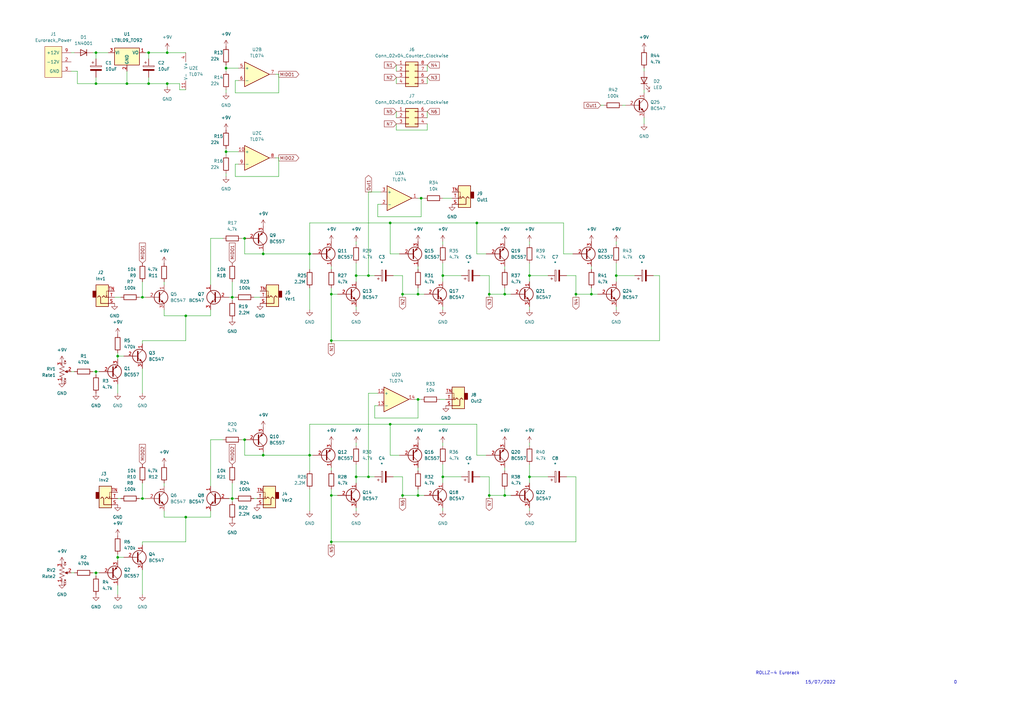
<source format=kicad_sch>
(kicad_sch (version 20211123) (generator eeschema)
  (paper "A3")
  (junction (at 92.71 62.23))
  (junction (at 135.89 139.7))
  (junction (at 165.1 203.2))
  (junction (at 135.89 203.2))
  (junction (at 171.45 203.2))
  (junction (at 68.58 21.59))
  (junction (at 100.33 97.79))
  (junction (at 39.37 152.4))
  (junction (at 60.96 34.29))
  (junction (at 200.66 203.2))
  (junction (at 107.95 104.14))
  (junction (at 107.95 186.69))
  (junction (at 92.71 27.94))
  (junction (at 207.01 203.2))
  (junction (at 135.89 222.25))
  (junction (at 135.89 120.65))
  (junction (at 160.02 91.44))
  (junction (at 52.07 34.29))
  (junction (at 252.73 113.03))
  (junction (at 151.13 195.58))
  (junction (at 172.72 81.28))
  (junction (at 95.25 121.92))
  (junction (at 242.57 120.65))
  (junction (at 60.96 21.59))
  (junction (at 127 186.69))
  (junction (at 48.26 228.6))
  (junction (at 171.45 120.65))
  (junction (at 39.37 234.95))
  (junction (at 217.17 113.03))
  (junction (at 207.01 120.65))
  (junction (at 195.58 91.44))
  (junction (at 181.61 113.03))
  (junction (at 39.37 34.29))
  (junction (at 146.05 195.58))
  (junction (at 58.42 121.92))
  (junction (at 76.2 129.54))
  (junction (at 100.33 180.34))
  (junction (at 160.02 173.99))
  (junction (at 39.37 21.59))
  (junction (at 76.2 212.09))
  (junction (at 146.05 113.03))
  (junction (at 95.25 204.47))
  (junction (at 127 104.14))
  (junction (at 236.22 120.65))
  (junction (at 48.26 146.05))
  (junction (at 165.1 120.65))
  (junction (at 171.45 163.83))
  (junction (at 217.17 195.58))
  (junction (at 181.61 195.58))
  (junction (at 151.13 113.03))
  (junction (at 58.42 204.47))
  (junction (at 68.58 34.29))
  (junction (at 200.66 120.65))
  (wire (pts (xy 127 173.99) (xy 160.02 173.99)))
  (wire (pts (xy 58.42 222.25) (xy 76.2 222.25)))
  (wire (pts (xy 270.51 113.03) (xy 270.51 139.7)))
  (wire (pts (xy 135.89 222.25) (xy 236.22 222.25)))
  (wire (pts (xy 163.83 186.69) (xy 160.02 186.69)))
  (wire (pts (xy 200.66 120.65) (xy 207.01 120.65)))
  (wire (pts (xy 207.01 200.66) (xy 207.01 203.2)))
  (wire (pts (xy 181.61 195.58) (xy 181.61 198.12)))
  (wire (pts (xy 217.17 181.61) (xy 217.17 182.88)))
  (wire (pts (xy 135.89 203.2) (xy 135.89 222.25)))
  (wire (pts (xy 160.02 173.99) (xy 195.58 173.99)))
  (wire (pts (xy 154.94 88.9) (xy 172.72 88.9)))
  (wire (pts (xy 127 186.69) (xy 127 193.04)))
  (wire (pts (xy 29.21 29.21) (xy 31.75 29.21)))
  (wire (pts (xy 151.13 161.29) (xy 154.94 161.29)))
  (wire (pts (xy 135.89 222.25) (xy 135.89 223.52)))
  (wire (pts (xy 151.13 113.03) (xy 153.67 113.03)))
  (wire (pts (xy 60.96 21.59) (xy 59.69 21.59)))
  (wire (pts (xy 39.37 152.4) (xy 38.1 152.4)))
  (wire (pts (xy 153.67 171.45) (xy 171.45 171.45)))
  (wire (pts (xy 68.58 34.29) (xy 73.66 34.29)))
  (wire (pts (xy 127 104.14) (xy 127 110.49)))
  (wire (pts (xy 160.02 104.14) (xy 160.02 91.44)))
  (wire (pts (xy 91.44 180.34) (xy 86.36 180.34)))
  (wire (pts (xy 151.13 78.74) (xy 156.21 78.74)))
  (wire (pts (xy 252.73 99.06) (xy 252.73 100.33)))
  (wire (pts (xy 200.66 120.65) (xy 200.66 113.03)))
  (wire (pts (xy 58.42 121.92) (xy 59.69 121.92)))
  (wire (pts (xy 127 173.99) (xy 127 186.69)))
  (wire (pts (xy 196.85 113.03) (xy 200.66 113.03)))
  (wire (pts (xy 48.26 228.6) (xy 50.8 228.6)))
  (wire (pts (xy 128.27 186.69) (xy 127 186.69)))
  (wire (pts (xy 165.1 120.65) (xy 165.1 121.92)))
  (wire (pts (xy 207.01 118.11) (xy 207.01 120.65)))
  (wire (pts (xy 99.06 97.79) (xy 100.33 97.79)))
  (wire (pts (xy 48.26 146.05) (xy 48.26 147.32)))
  (wire (pts (xy 97.79 62.23) (xy 92.71 62.23)))
  (wire (pts (xy 39.37 34.29) (xy 52.07 34.29)))
  (wire (pts (xy 76.2 129.54) (xy 67.31 129.54)))
  (wire (pts (xy 175.26 45.72) (xy 175.26 48.26)))
  (wire (pts (xy 52.07 29.21) (xy 52.07 34.29)))
  (wire (pts (xy 175.26 31.75) (xy 175.26 34.29)))
  (wire (pts (xy 38.1 21.59) (xy 39.37 21.59)))
  (wire (pts (xy 165.1 120.65) (xy 165.1 113.03)))
  (wire (pts (xy 171.45 171.45) (xy 171.45 163.83)))
  (wire (pts (xy 29.21 21.59) (xy 30.48 21.59)))
  (wire (pts (xy 171.45 191.77) (xy 171.45 193.04)))
  (wire (pts (xy 114.3 72.39) (xy 114.3 64.77)))
  (wire (pts (xy 58.42 140.97) (xy 58.42 139.7)))
  (wire (pts (xy 246.38 43.18) (xy 247.65 43.18)))
  (wire (pts (xy 100.33 97.79) (xy 100.33 104.14)))
  (wire (pts (xy 207.01 109.22) (xy 207.01 110.49)))
  (wire (pts (xy 67.31 115.57) (xy 67.31 116.84)))
  (wire (pts (xy 200.66 120.65) (xy 200.66 121.92)))
  (wire (pts (xy 76.2 129.54) (xy 76.2 139.7)))
  (wire (pts (xy 113.03 64.77) (xy 114.3 64.77)))
  (wire (pts (xy 173.99 120.65) (xy 171.45 120.65)))
  (wire (pts (xy 92.71 60.96) (xy 92.71 62.23)))
  (wire (pts (xy 232.41 195.58) (xy 236.22 195.58)))
  (wire (pts (xy 58.42 151.13) (xy 58.42 161.29)))
  (wire (pts (xy 97.79 33.02) (xy 96.52 33.02)))
  (wire (pts (xy 46.99 121.92) (xy 49.53 121.92)))
  (wire (pts (xy 160.02 91.44) (xy 195.58 91.44)))
  (wire (pts (xy 92.71 36.83) (xy 92.71 38.1)))
  (wire (pts (xy 39.37 152.4) (xy 40.64 152.4)))
  (wire (pts (xy 217.17 125.73) (xy 217.17 127)))
  (wire (pts (xy 181.61 99.06) (xy 181.61 100.33)))
  (wire (pts (xy 200.66 203.2) (xy 207.01 203.2)))
  (wire (pts (xy 217.17 113.03) (xy 217.17 115.57)))
  (wire (pts (xy 242.57 120.65) (xy 236.22 120.65)))
  (wire (pts (xy 146.05 195.58) (xy 146.05 198.12)))
  (wire (pts (xy 92.71 71.12) (xy 92.71 72.39)))
  (wire (pts (xy 135.89 139.7) (xy 270.51 139.7)))
  (wire (pts (xy 207.01 191.77) (xy 207.01 193.04)))
  (wire (pts (xy 151.13 113.03) (xy 151.13 78.74)))
  (wire (pts (xy 154.94 83.82) (xy 154.94 88.9)))
  (wire (pts (xy 146.05 113.03) (xy 151.13 113.03)))
  (wire (pts (xy 195.58 91.44) (xy 195.58 104.14)))
  (wire (pts (xy 127 118.11) (xy 127 127)))
  (wire (pts (xy 58.42 204.47) (xy 59.69 204.47)))
  (wire (pts (xy 181.61 113.03) (xy 189.23 113.03)))
  (wire (pts (xy 68.58 34.29) (xy 68.58 35.56)))
  (wire (pts (xy 91.44 97.79) (xy 86.36 97.79)))
  (wire (pts (xy 48.26 240.03) (xy 48.26 243.84)))
  (wire (pts (xy 60.96 34.29) (xy 68.58 34.29)))
  (wire (pts (xy 181.61 125.73) (xy 181.61 127)))
  (wire (pts (xy 95.25 121.92) (xy 95.25 123.19)))
  (wire (pts (xy 95.25 204.47) (xy 95.25 205.74)))
  (wire (pts (xy 163.83 104.14) (xy 160.02 104.14)))
  (wire (pts (xy 58.42 233.68) (xy 58.42 243.84)))
  (wire (pts (xy 162.56 53.34) (xy 162.56 50.8)))
  (wire (pts (xy 146.05 99.06) (xy 146.05 100.33)))
  (wire (pts (xy 58.42 115.57) (xy 58.42 121.92)))
  (wire (pts (xy 172.72 81.28) (xy 173.99 81.28)))
  (wire (pts (xy 217.17 107.95) (xy 217.17 113.03)))
  (wire (pts (xy 171.45 203.2) (xy 165.1 203.2)))
  (wire (pts (xy 68.58 21.59) (xy 76.2 21.59)))
  (wire (pts (xy 173.99 203.2) (xy 171.45 203.2)))
  (wire (pts (xy 170.18 163.83) (xy 171.45 163.83)))
  (wire (pts (xy 217.17 190.5) (xy 217.17 195.58)))
  (wire (pts (xy 96.52 67.31) (xy 96.52 72.39)))
  (wire (pts (xy 151.13 195.58) (xy 153.67 195.58)))
  (wire (pts (xy 232.41 113.03) (xy 236.22 113.03)))
  (wire (pts (xy 29.21 234.95) (xy 30.48 234.95)))
  (wire (pts (xy 48.26 228.6) (xy 48.26 229.87)))
  (wire (pts (xy 231.14 104.14) (xy 231.14 91.44)))
  (wire (pts (xy 107.95 185.42) (xy 107.95 186.69)))
  (wire (pts (xy 97.79 67.31) (xy 96.52 67.31)))
  (wire (pts (xy 200.66 203.2) (xy 200.66 195.58)))
  (wire (pts (xy 48.26 157.48) (xy 48.26 161.29)))
  (wire (pts (xy 48.26 144.78) (xy 48.26 146.05)))
  (wire (pts (xy 242.57 120.65) (xy 242.57 118.11)))
  (wire (pts (xy 264.16 27.94) (xy 264.16 29.21)))
  (wire (pts (xy 48.26 146.05) (xy 50.8 146.05)))
  (wire (pts (xy 165.1 203.2) (xy 165.1 195.58)))
  (wire (pts (xy 171.45 109.22) (xy 171.45 110.49)))
  (wire (pts (xy 113.03 30.48) (xy 114.3 30.48)))
  (wire (pts (xy 236.22 120.65) (xy 236.22 113.03)))
  (wire (pts (xy 181.61 208.28) (xy 181.61 209.55)))
  (wire (pts (xy 60.96 21.59) (xy 68.58 21.59)))
  (wire (pts (xy 67.31 127) (xy 67.31 129.54)))
  (wire (pts (xy 181.61 195.58) (xy 189.23 195.58)))
  (wire (pts (xy 100.33 180.34) (xy 100.33 186.69)))
  (wire (pts (xy 96.52 38.1) (xy 114.3 38.1)))
  (wire (pts (xy 181.61 190.5) (xy 181.61 195.58)))
  (wire (pts (xy 156.21 83.82) (xy 154.94 83.82)))
  (wire (pts (xy 60.96 31.75) (xy 60.96 34.29)))
  (wire (pts (xy 107.95 186.69) (xy 100.33 186.69)))
  (wire (pts (xy 128.27 104.14) (xy 127 104.14)))
  (wire (pts (xy 252.73 107.95) (xy 252.73 113.03)))
  (wire (pts (xy 39.37 234.95) (xy 38.1 234.95)))
  (wire (pts (xy 39.37 21.59) (xy 44.45 21.59)))
  (wire (pts (xy 175.26 50.8) (xy 175.26 53.34)))
  (wire (pts (xy 107.95 186.69) (xy 127 186.69)))
  (wire (pts (xy 196.85 195.58) (xy 200.66 195.58)))
  (wire (pts (xy 86.36 180.34) (xy 86.36 199.39)))
  (wire (pts (xy 60.96 24.13) (xy 60.96 21.59)))
  (wire (pts (xy 209.55 203.2) (xy 207.01 203.2)))
  (wire (pts (xy 96.52 72.39) (xy 114.3 72.39)))
  (wire (pts (xy 171.45 81.28) (xy 172.72 81.28)))
  (wire (pts (xy 93.98 121.92) (xy 95.25 121.92)))
  (wire (pts (xy 95.25 198.12) (xy 95.25 204.47)))
  (wire (pts (xy 39.37 236.22) (xy 39.37 234.95)))
  (wire (pts (xy 264.16 48.26) (xy 264.16 50.8)))
  (wire (pts (xy 154.94 166.37) (xy 153.67 166.37)))
  (wire (pts (xy 245.11 120.65) (xy 242.57 120.65)))
  (wire (pts (xy 39.37 21.59) (xy 39.37 24.13)))
  (wire (pts (xy 160.02 186.69) (xy 160.02 173.99)))
  (wire (pts (xy 39.37 234.95) (xy 40.64 234.95)))
  (wire (pts (xy 195.58 91.44) (xy 231.14 91.44)))
  (wire (pts (xy 217.17 99.06) (xy 217.17 100.33)))
  (wire (pts (xy 48.26 227.33) (xy 48.26 228.6)))
  (wire (pts (xy 162.56 31.75) (xy 162.56 34.29)))
  (wire (pts (xy 93.98 204.47) (xy 95.25 204.47)))
  (wire (pts (xy 58.42 198.12) (xy 58.42 204.47)))
  (wire (pts (xy 48.26 204.47) (xy 49.53 204.47)))
  (wire (pts (xy 146.05 208.28) (xy 146.05 209.55)))
  (wire (pts (xy 107.95 102.87) (xy 107.95 104.14)))
  (wire (pts (xy 58.42 139.7) (xy 76.2 139.7)))
  (wire (pts (xy 217.17 208.28) (xy 217.17 209.55)))
  (wire (pts (xy 138.43 203.2) (xy 135.89 203.2)))
  (wire (pts (xy 181.61 113.03) (xy 181.61 115.57)))
  (wire (pts (xy 252.73 113.03) (xy 260.35 113.03)))
  (wire (pts (xy 86.36 127) (xy 86.36 129.54)))
  (wire (pts (xy 95.25 121.92) (xy 96.52 121.92)))
  (wire (pts (xy 165.1 203.2) (xy 165.1 204.47)))
  (wire (pts (xy 200.66 203.2) (xy 200.66 204.47)))
  (wire (pts (xy 195.58 173.99) (xy 195.58 186.69)))
  (wire (pts (xy 146.05 195.58) (xy 151.13 195.58)))
  (wire (pts (xy 199.39 104.14) (xy 195.58 104.14)))
  (wire (pts (xy 31.75 29.21) (xy 31.75 34.29)))
  (wire (pts (xy 76.2 212.09) (xy 67.31 212.09)))
  (wire (pts (xy 68.58 20.32) (xy 68.58 21.59)))
  (wire (pts (xy 162.56 45.72) (xy 162.56 48.26)))
  (wire (pts (xy 234.95 104.14) (xy 231.14 104.14)))
  (wire (pts (xy 171.45 120.65) (xy 165.1 120.65)))
  (wire (pts (xy 267.97 113.03) (xy 270.51 113.03)))
  (wire (pts (xy 58.42 223.52) (xy 58.42 222.25)))
  (wire (pts (xy 217.17 113.03) (xy 224.79 113.03)))
  (wire (pts (xy 135.89 109.22) (xy 135.89 110.49)))
  (wire (pts (xy 104.14 121.92) (xy 106.68 121.92)))
  (wire (pts (xy 107.95 104.14) (xy 127 104.14)))
  (wire (pts (xy 181.61 107.95) (xy 181.61 113.03)))
  (wire (pts (xy 252.73 125.73) (xy 252.73 127)))
  (wire (pts (xy 76.2 36.83) (xy 73.66 36.83)))
  (wire (pts (xy 97.79 27.94) (xy 92.71 27.94)))
  (wire (pts (xy 146.05 181.61) (xy 146.05 182.88)))
  (wire (pts (xy 127 91.44) (xy 160.02 91.44)))
  (wire (pts (xy 175.26 53.34) (xy 162.56 53.34)))
  (wire (pts (xy 146.05 113.03) (xy 146.05 115.57)))
  (wire (pts (xy 39.37 153.67) (xy 39.37 152.4)))
  (wire (pts (xy 127 200.66) (xy 127 209.55)))
  (wire (pts (xy 161.29 113.03) (xy 165.1 113.03)))
  (wire (pts (xy 31.75 34.29) (xy 39.37 34.29)))
  (wire (pts (xy 86.36 212.09) (xy 76.2 212.09)))
  (wire (pts (xy 199.39 186.69) (xy 195.58 186.69)))
  (wire (pts (xy 104.14 204.47) (xy 105.41 204.47)))
  (wire (pts (xy 252.73 113.03) (xy 252.73 115.57)))
  (wire (pts (xy 171.45 203.2) (xy 171.45 200.66)))
  (wire (pts (xy 135.89 203.2) (xy 135.89 200.66)))
  (wire (pts (xy 236.22 195.58) (xy 236.22 222.25)))
  (wire (pts (xy 236.22 120.65) (xy 236.22 121.92)))
  (wire (pts (xy 264.16 38.1) (xy 264.16 36.83)))
  (wire (pts (xy 175.26 26.67) (xy 175.26 29.21)))
  (wire (pts (xy 86.36 97.79) (xy 86.36 116.84)))
  (wire (pts (xy 146.05 107.95) (xy 146.05 113.03)))
  (wire (pts (xy 135.89 139.7) (xy 135.89 140.97)))
  (wire (pts (xy 107.95 104.14) (xy 100.33 104.14)))
  (wire (pts (xy 217.17 195.58) (xy 217.17 198.12)))
  (wire (pts (xy 146.05 125.73) (xy 146.05 127)))
  (wire (pts (xy 67.31 198.12) (xy 67.31 199.39)))
  (wire (pts (xy 86.36 209.55) (xy 86.36 212.09)))
  (wire (pts (xy 92.71 27.94) (xy 92.71 29.21)))
  (wire (pts (xy 138.43 120.65) (xy 135.89 120.65)))
  (wire (pts (xy 127 91.44) (xy 127 104.14)))
  (wire (pts (xy 99.06 180.34) (xy 100.33 180.34)))
  (wire (pts (xy 217.17 195.58) (xy 224.79 195.58)))
  (wire (pts (xy 172.72 88.9) (xy 172.72 81.28)))
  (wire (pts (xy 57.15 204.47) (xy 58.42 204.47)))
  (wire (pts (xy 95.25 115.57) (xy 95.25 121.92)))
  (wire (pts (xy 92.71 26.67) (xy 92.71 27.94)))
  (wire (pts (xy 92.71 62.23) (xy 92.71 63.5)))
  (wire (pts (xy 162.56 26.67) (xy 162.56 29.21)))
  (wire (pts (xy 135.89 120.65) (xy 135.89 118.11)))
  (wire (pts (xy 181.61 181.61) (xy 181.61 182.88)))
  (wire (pts (xy 209.55 120.65) (xy 207.01 120.65)))
  (wire (pts (xy 151.13 195.58) (xy 151.13 161.29)))
  (wire (pts (xy 255.27 43.18) (xy 256.54 43.18)))
  (wire (pts (xy 67.31 209.55) (xy 67.31 212.09)))
  (wire (pts (xy 96.52 33.02) (xy 96.52 38.1)))
  (wire (pts (xy 29.21 152.4) (xy 30.48 152.4)))
  (wire (pts (xy 146.05 190.5) (xy 146.05 195.58)))
  (wire (pts (xy 76.2 212.09) (xy 76.2 222.25)))
  (wire (pts (xy 86.36 129.54) (xy 76.2 129.54)))
  (wire (pts (xy 135.89 191.77) (xy 135.89 193.04)))
  (wire (pts (xy 161.29 195.58) (xy 165.1 195.58)))
  (wire (pts (xy 39.37 31.75) (xy 39.37 34.29)))
  (wire (pts (xy 171.45 163.83) (xy 172.72 163.83)))
  (wire (pts (xy 57.15 121.92) (xy 58.42 121.92)))
  (wire (pts (xy 180.34 163.83) (xy 182.88 163.83)))
  (wire (pts (xy 181.61 81.28) (xy 185.42 81.28)))
  (wire (pts (xy 73.66 36.83) (xy 73.66 34.29)))
  (wire (pts (xy 52.07 34.29) (xy 60.96 34.29)))
  (wire (pts (xy 114.3 38.1) (xy 114.3 30.48)))
  (wire (pts (xy 242.57 109.22) (xy 242.57 110.49)))
  (wire (pts (xy 153.67 166.37) (xy 153.67 171.45)))
  (wire (pts (xy 135.89 120.65) (xy 135.89 139.7)))
  (wire (pts (xy 95.25 204.47) (xy 96.52 204.47)))
  (wire (pts (xy 171.45 120.65) (xy 171.45 118.11)))
  (text "ROLLZ-4 Eurorack" (at 309.88 276.86 0) (effects (font (size 1.27 1.27)) (justify left bottom)))
  (text "0" (at 391.16 280.67 0) (effects (font (size 1.27 1.27)) (justify left bottom)))
  (text "15/07/2022" (at 330.2 280.67 0) (effects (font (size 1.27 1.27)) (justify left bottom)))
  (global_label "N2" (shape input) (at 162.56 31.75 180) (property "Intersheet References" "${INTERSHEET_REFS}" (effects hide)))
  (global_label "MIDO1" (shape output) (at 114.3 30.48 0) (property "Intersheet References" "${INTERSHEET_REFS}" (effects hide)))
  (global_label "N3" (shape output) (at 200.66 121.92 270) (property "Intersheet References" "${INTERSHEET_REFS}" (effects hide)))
  (global_label "N1" (shape output) (at 135.89 140.97 270) (property "Intersheet References" "${INTERSHEET_REFS}" (effects hide)))
  (global_label "Out1" (shape output) (at 151.13 78.74 90) (property "Intersheet References" "${INTERSHEET_REFS}" (effects hide)))
  (global_label "N7" (shape output) (at 200.66 204.47 270) (property "Intersheet References" "${INTERSHEET_REFS}" (effects hide)))
  (global_label "MIDO2" (shape output) (at 114.3 64.77 0) (property "Intersheet References" "${INTERSHEET_REFS}" (effects hide)))
  (global_label "N1" (shape input) (at 162.56 26.67 180) (property "Intersheet References" "${INTERSHEET_REFS}" (effects hide)))
  (global_label "N5" (shape input) (at 162.56 45.72 180) (property "Intersheet References" "${INTERSHEET_REFS}" (effects hide)))
  (global_label "MIDO1" (shape input) (at 58.42 107.95 90) (property "Intersheet References" "${INTERSHEET_REFS}" (effects hide)))
  (global_label "MIDO2" (shape input) (at 58.42 190.5 90) (property "Intersheet References" "${INTERSHEET_REFS}" (effects hide)))
  (global_label "N3" (shape input) (at 175.26 31.75 0) (property "Intersheet References" "${INTERSHEET_REFS}" (effects hide)))
  (global_label "N7" (shape input) (at 162.56 50.8 180) (property "Intersheet References" "${INTERSHEET_REFS}" (effects hide)))
  (global_label "N4" (shape output) (at 236.22 121.92 270) (property "Intersheet References" "${INTERSHEET_REFS}" (effects hide)))
  (global_label "N2" (shape output) (at 165.1 121.92 270) (property "Intersheet References" "${INTERSHEET_REFS}" (effects hide)))
  (global_label "Out1" (shape input) (at 246.38 43.18 180) (property "Intersheet References" "${INTERSHEET_REFS}" (effects hide)))
  (global_label "N4" (shape input) (at 175.26 26.67 0) (property "Intersheet References" "${INTERSHEET_REFS}" (effects hide)))
  (global_label "N5" (shape output) (at 135.89 223.52 270) (property "Intersheet References" "${INTERSHEET_REFS}" (effects hide)))
  (global_label "N6" (shape input) (at 175.26 45.72 0) (property "Intersheet References" "${INTERSHEET_REFS}" (effects hide)))
  (global_label "MIDO2" (shape input) (at 95.25 190.5 90) (property "Intersheet References" "${INTERSHEET_REFS}" (effects hide)))
  (global_label "N6" (shape output) (at 165.1 204.47 270) (property "Intersheet References" "${INTERSHEET_REFS}" (effects hide)))
  (global_label "MIDO1" (shape input) (at 95.25 107.95 90) (property "Intersheet References" "${INTERSHEET_REFS}" (effects hide)))
  (symbol (lib_id "power:GND") (at 68.58 35.56 0) (unit 1)
    (property "Reference" "#PWR018" (effects hide))
    (property "Value" "GND" (at 68.58 40.64 0))
  )
  (symbol (lib_id "Device:R") (at 181.61 186.69 180) (unit 1)
    (property "Reference" "R36" (at 184.15 185.4199 0) (effects (justify right)))
    (property "Value" "4.7k" (at 184.15 187.9599 0) (effects (justify right)))
    (property "Footprint" "Resistor_THT:R_Axial_DIN0204_L3.6mm_D1.6mm_P7.62mm_Horizontal" (effects hide))
  )
  (symbol (lib_id "Device:R") (at 177.8 81.28 270) (unit 1)
    (property "Reference" "R34" (at 177.8 74.93 90))
    (property "Value" "10k" (at 177.8 77.47 90))
    (property "Footprint" "Resistor_THT:R_Axial_DIN0204_L3.6mm_D1.6mm_P7.62mm_Horizontal" (effects hide))
  )
  (symbol (lib_id "Device:R") (at 48.26 223.52 180) (unit 1)
    (property "Reference" "R6" (at 50.8 222.2499 0) (effects (justify right)))
    (property "Value" "470k" (at 50.8 224.7899 0) (effects (justify right)))
    (property "Footprint" "Resistor_THT:R_Axial_DIN0204_L3.6mm_D1.6mm_P7.62mm_Horizontal" (effects hide))
  )
  (symbol (lib_id "power:+9V") (at 48.26 219.71 0) (unit 1)
    (property "Reference" "#PWR011" (effects hide))
    (property "Value" "+9V" (at 48.26 214.63 0))
  )
  (symbol (lib_id "Device:R") (at 217.17 186.69 180) (unit 1)
    (property "Reference" "R40" (at 219.71 185.4199 0) (effects (justify right)))
    (property "Value" "4.7k" (at 219.71 187.9599 0) (effects (justify right)))
    (property "Footprint" "Resistor_THT:R_Axial_DIN0204_L3.6mm_D1.6mm_P7.62mm_Horizontal" (effects hide))
  )
  (symbol (lib_id "winterbloom:Eurorack_Mono_Jack") (at 41.91 120.65 0) (mirror y) (unit 1)
    (property "Reference" "J2" (at 41.275 111.76 0))
    (property "Value" "Inv1" (at 41.275 114.3 0))
    (property "Footprint" "winterbloom:AudioJack_WQP518MA" (effects hide))
    (property "Datasheet" "http://www.qingpu-electronics.com/en/products/WQP-PJ398SM-362.html" (effects hide))
    (property "mpn" "WQP-WQP518MA" (effects hide))
  )
  (symbol (lib_id "power:GND") (at 39.37 243.84 0) (unit 1)
    (property "Reference" "#PWR06" (effects hide))
    (property "Value" "GND" (at 39.37 248.92 0))
  )
  (symbol (lib_id "Amplifier_Operational:TL074") (at 163.83 81.28 0) (unit 1)
    (property "Reference" "U2" (at 163.83 71.12 0))
    (property "Value" "TL074" (at 163.83 73.66 0))
    (property "Footprint" "Package_DIP:DIP-14_W7.62mm_Socket" (effects hide))
    (property "Datasheet" "http://www.ti.com/lit/ds/symlink/tl071.pdf" (effects hide))
  )
  (symbol (lib_id "Device:R") (at 171.45 114.3 180) (unit 1)
    (property "Reference" "R31" (at 173.99 113.0299 0) (effects (justify right)))
    (property "Value" "4.7k" (at 173.99 115.5699 0) (effects (justify right)))
    (property "Footprint" "Resistor_THT:R_Axial_DIN0204_L3.6mm_D1.6mm_P7.62mm_Horizontal" (effects hide))
  )
  (symbol (lib_id "Device:C_Polarized") (at 264.16 113.03 90) (unit 1)
    (property "Reference" "C9" (at 263.271 105.41 90))
    (property "Value" "*" (at 263.271 107.95 90))
    (property "Footprint" "Capacitor_THT:CP_Radial_D5.0mm_P2.50mm" (effects hide))
  )
  (symbol (lib_id "power:GND") (at 217.17 209.55 0) (unit 1)
    (property "Reference" "#PWR050" (effects hide))
    (property "Value" "GND" (at 217.17 214.63 0))
  )
  (symbol (lib_id "Device:LED") (at 264.16 33.02 90) (unit 1)
    (property "Reference" "D2" (at 267.97 33.3374 90) (effects (justify right)))
    (property "Value" "LED" (at 267.97 35.8774 90) (effects (justify right)))
    (property "Footprint" "LED_THT:LED_D3.0mm" (effects hide))
  )
  (symbol (lib_id "power:+9V") (at 107.95 92.71 0) (unit 1)
    (property "Reference" "#PWR027" (effects hide))
    (property "Value" "+9V" (at 107.95 87.63 0))
  )
  (symbol (lib_id "Transistor_BJT:BC557") (at 45.72 152.4 0) (mirror x) (unit 1)
    (property "Reference" "Q1" (at 50.8 151.1299 0) (effects (justify left)))
    (property "Value" "BC557" (at 50.8 153.6699 0) (effects (justify left)))
    (property "Footprint" "Package_TO_SOT_THT:TO-92_Inline" (effects hide))
    (property "Datasheet" "https://www.onsemi.com/pub/Collateral/BC556BTA-D.pdf" (effects hide))
  )
  (symbol (lib_id "Amplifier_Operational:TL074") (at 105.41 30.48 0) (unit 2)
    (property "Reference" "U2" (at 105.41 20.32 0))
    (property "Value" "TL074" (at 105.41 22.86 0))
    (property "Footprint" "Package_DIP:DIP-14_W7.62mm_Socket" (effects hide))
    (property "Datasheet" "http://www.ti.com/lit/ds/symlink/tl071.pdf" (effects hide))
  )
  (symbol (lib_id "power:GND") (at 127 127 0) (unit 1)
    (property "Reference" "#PWR029" (effects hide))
    (property "Value" "GND" (at 127 132.08 0))
  )
  (symbol (lib_id "Device:R") (at 146.05 104.14 180) (unit 1)
    (property "Reference" "R29" (at 148.59 102.8699 0) (effects (justify right)))
    (property "Value" "4.7k" (at 148.59 105.4099 0) (effects (justify right)))
    (property "Footprint" "Resistor_THT:R_Axial_DIN0204_L3.6mm_D1.6mm_P7.62mm_Horizontal" (effects hide))
  )
  (symbol (lib_id "power:+9V") (at 171.45 181.61 0) (unit 1)
    (property "Reference" "#PWR038" (effects hide))
    (property "Value" "+9V" (at 171.45 176.53 0))
  )
  (symbol (lib_id "Device:R") (at 100.33 204.47 270) (unit 1)
    (property "Reference" "R24" (at 100.33 198.12 90))
    (property "Value" "100k" (at 100.33 200.66 90))
    (property "Footprint" "Resistor_THT:R_Axial_DIN0204_L3.6mm_D1.6mm_P7.62mm_Horizontal" (effects hide))
  )
  (symbol (lib_id "Transistor_BJT:BC547") (at 88.9 204.47 0) (mirror y) (unit 1)
    (property "Reference" "Q8" (at 83.82 203.1999 0) (effects (justify left)))
    (property "Value" "BC547" (at 83.82 205.7399 0) (effects (justify left)))
    (property "Footprint" "Package_TO_SOT_THT:TO-92_Inline" (effects hide))
    (property "Datasheet" "https://www.onsemi.com/pub/Collateral/BC550-D.pdf" (effects hide))
  )
  (symbol (lib_id "winterbloom:Eurorack_Power") (at 21.59 25.4 0) (unit 1)
    (property "Reference" "J1" (at 21.9075 13.97 0))
    (property "Value" "Eurorack_Power" (at 21.9075 16.51 0))
    (property "Footprint" "winterbloom:Eurorack_Power_2x5_Shrouded" (effects hide))
    (property "Datasheet" "https://static6.arrow.com/aropdfconversion/1507f1621f4e67855dd466ebb3ac550d52564a9d/32302-sxx1.pdf" (effects hide))
    (property "mpn" "302-S101" (effects hide))
  )
  (symbol (lib_id "Connector_Generic:Conn_02x03_Counter_Clockwise") (at 167.64 48.26 0) (unit 1)
    (property "Reference" "J7" (at 168.91 39.37 0))
    (property "Value" "Conn_02x03_Counter_Clockwise" (at 168.91 41.91 0))
    (property "Footprint" "Connector_PinSocket_2.54mm:PinSocket_2x03_P2.54mm_Vertical" (effects hide))
  )
  (symbol (lib_id "Amplifier_Operational:TL074") (at 162.56 163.83 0) (unit 4)
    (property "Reference" "U2" (at 162.56 153.67 0))
    (property "Value" "TL074" (at 162.56 156.21 0))
    (property "Footprint" "Package_DIP:DIP-14_W7.62mm_Socket" (effects hide))
    (property "Datasheet" "http://www.ti.com/lit/ds/symlink/tl071.pdf" (effects hide))
  )
  (symbol (lib_id "power:GND") (at 181.61 209.55 0) (unit 1)
    (property "Reference" "#PWR042" (effects hide))
    (property "Value" "GND" (at 181.61 214.63 0))
  )
  (symbol (lib_id "power:GND") (at 48.26 161.29 0) (unit 1)
    (property "Reference" "#PWR09" (effects hide))
    (property "Value" "GND" (at 48.26 166.37 0))
  )
  (symbol (lib_id "Device:R") (at 251.46 43.18 270) (unit 1)
    (property "Reference" "R42" (at 251.46 36.83 90))
    (property "Value" "100k" (at 251.46 39.37 90))
    (property "Footprint" "Resistor_THT:R_Axial_DIN0204_L3.6mm_D1.6mm_P7.62mm_Horizontal" (effects hide))
  )
  (symbol (lib_id "Device:R") (at 171.45 196.85 180) (unit 1)
    (property "Reference" "R32" (at 173.99 195.5799 0) (effects (justify right)))
    (property "Value" "4.7k" (at 173.99 198.1199 0) (effects (justify right)))
    (property "Footprint" "Resistor_THT:R_Axial_DIN0204_L3.6mm_D1.6mm_P7.62mm_Horizontal" (effects hide))
  )
  (symbol (lib_id "Transistor_BJT:BC547") (at 55.88 228.6 0) (unit 1)
    (property "Reference" "Q4" (at 60.96 227.3299 0) (effects (justify left)))
    (property "Value" "BC547" (at 60.96 229.8699 0) (effects (justify left)))
    (property "Footprint" "Package_TO_SOT_THT:TO-92_Inline" (effects hide))
    (property "Datasheet" "https://www.onsemi.com/pub/Collateral/BC550-D.pdf" (effects hide))
  )
  (symbol (lib_id "Device:R") (at 127 114.3 180) (unit 1)
    (property "Reference" "R25" (at 121.92 113.03 0) (effects (justify right)))
    (property "Value" "2.2M" (at 120.65 115.57 0) (effects (justify right)))
    (property "Footprint" "Resistor_THT:R_Axial_DIN0204_L3.6mm_D1.6mm_P7.62mm_Horizontal" (effects hide))
  )
  (symbol (lib_id "power:+9V") (at 146.05 99.06 0) (unit 1)
    (property "Reference" "#PWR033" (effects hide))
    (property "Value" "+9V" (at 146.05 93.98 0))
  )
  (symbol (lib_id "power:GND") (at 127 209.55 0) (unit 1)
    (property "Reference" "#PWR030" (effects hide))
    (property "Value" "GND" (at 127 214.63 0))
  )
  (symbol (lib_id "Device:R") (at 48.26 140.97 180) (unit 1)
    (property "Reference" "R5" (at 50.8 139.6999 0) (effects (justify right)))
    (property "Value" "470k" (at 50.8 142.2399 0) (effects (justify right)))
    (property "Footprint" "Resistor_THT:R_Axial_DIN0204_L3.6mm_D1.6mm_P7.62mm_Horizontal" (effects hide))
  )
  (symbol (lib_id "Transistor_BJT:BC547") (at 55.88 146.05 0) (unit 1)
    (property "Reference" "Q3" (at 60.96 144.7799 0) (effects (justify left)))
    (property "Value" "BC547" (at 60.96 147.3199 0) (effects (justify left)))
    (property "Footprint" "Package_TO_SOT_THT:TO-92_Inline" (effects hide))
    (property "Datasheet" "https://www.onsemi.com/pub/Collateral/BC550-D.pdf" (effects hide))
  )
  (symbol (lib_id "Device:R") (at 92.71 33.02 0) (mirror y) (unit 1)
    (property "Reference" "R14" (at 87.63 31.75 0) (effects (justify right)))
    (property "Value" "22k" (at 86.36 34.29 0) (effects (justify right)))
    (property "Footprint" "Resistor_THT:R_Axial_DIN0204_L3.6mm_D1.6mm_P7.62mm_Horizontal" (effects hide))
  )
  (symbol (lib_id "Device:R") (at 92.71 22.86 0) (mirror y) (unit 1)
    (property "Reference" "R13" (at 87.63 21.59 0) (effects (justify right)))
    (property "Value" "22k" (at 86.36 24.13 0) (effects (justify right)))
    (property "Footprint" "Resistor_THT:R_Axial_DIN0204_L3.6mm_D1.6mm_P7.62mm_Horizontal" (effects hide))
  )
  (symbol (lib_id "Device:R") (at 135.89 114.3 180) (unit 1)
    (property "Reference" "R27" (at 138.43 113.0299 0) (effects (justify right)))
    (property "Value" "4.7k" (at 138.43 115.5699 0) (effects (justify right)))
    (property "Footprint" "Resistor_THT:R_Axial_DIN0204_L3.6mm_D1.6mm_P7.62mm_Horizontal" (effects hide))
  )
  (symbol (lib_id "Device:R") (at 95.25 180.34 90) (unit 1)
    (property "Reference" "R20" (at 95.25 173.99 90))
    (property "Value" "4.7k" (at 95.25 176.53 90))
    (property "Footprint" "Resistor_THT:R_Axial_DIN0204_L3.6mm_D1.6mm_P7.62mm_Horizontal" (effects hide))
  )
  (symbol (lib_id "power:GND") (at 95.25 130.81 0) (unit 1)
    (property "Reference" "#PWR023" (effects hide))
    (property "Value" "GND" (at 95.25 135.89 0))
  )
  (symbol (lib_id "winterbloom:Eurorack_Mono_Jack") (at 190.5 80.01 0) (unit 1)
    (property "Reference" "J9" (at 195.58 79.3749 0) (effects (justify left)))
    (property "Value" "Out1" (at 195.58 81.9149 0) (effects (justify left)))
    (property "Footprint" "winterbloom:AudioJack_WQP518MA" (effects hide))
    (property "Datasheet" "http://www.qingpu-electronics.com/en/products/WQP-PJ398SM-362.html" (effects hide))
    (property "mpn" "WQP-WQP518MA" (effects hide))
  )
  (symbol (lib_id "Device:C_Polarized") (at 157.48 113.03 90) (unit 1)
    (property "Reference" "C3" (at 156.591 105.41 90))
    (property "Value" "*" (at 156.591 107.95 90))
    (property "Footprint" "Capacitor_THT:CP_Radial_D5.0mm_P2.50mm" (effects hide))
  )
  (symbol (lib_id "power:GND") (at 181.61 127 0) (unit 1)
    (property "Reference" "#PWR040" (effects hide))
    (property "Value" "GND" (at 181.61 132.08 0))
  )
  (symbol (lib_id "winterbloom:Eurorack_Mono_Jack") (at 111.76 120.65 0) (unit 1)
    (property "Reference" "J5" (at 116.84 120.0149 0) (effects (justify left)))
    (property "Value" "Ver1" (at 116.84 122.5549 0) (effects (justify left)))
    (property "Footprint" "winterbloom:AudioJack_WQP518MA" (effects hide))
    (property "Datasheet" "http://www.qingpu-electronics.com/en/products/WQP-PJ398SM-362.html" (effects hide))
    (property "mpn" "WQP-WQP518MA" (effects hide))
  )
  (symbol (lib_id "Transistor_BJT:BC557") (at 168.91 186.69 0) (mirror x) (unit 1)
    (property "Reference" "Q16" (at 173.99 185.4199 0) (effects (justify left)))
    (property "Value" "BC557" (at 173.99 187.9599 0) (effects (justify left)))
    (property "Footprint" "Package_TO_SOT_THT:TO-92_Inline" (effects hide))
    (property "Datasheet" "https://www.onsemi.com/pub/Collateral/BC556BTA-D.pdf" (effects hide))
  )
  (symbol (lib_id "Device:R") (at 34.29 152.4 90) (unit 1)
    (property "Reference" "R1" (at 34.29 146.05 90))
    (property "Value" "470k" (at 34.29 148.59 90))
    (property "Footprint" "Resistor_THT:R_Axial_DIN0204_L3.6mm_D1.6mm_P7.62mm_Horizontal" (effects hide))
  )
  (symbol (lib_id "power:+9V") (at 135.89 99.06 0) (unit 1)
    (property "Reference" "#PWR031" (effects hide))
    (property "Value" "+9V" (at 135.89 93.98 0))
  )
  (symbol (lib_id "power:GND") (at 95.25 213.36 0) (unit 1)
    (property "Reference" "#PWR024" (effects hide))
    (property "Value" "GND" (at 95.25 218.44 0))
  )
  (symbol (lib_id "Device:R") (at 252.73 104.14 180) (unit 1)
    (property "Reference" "R43" (at 255.27 102.8699 0) (effects (justify right)))
    (property "Value" "4.7k" (at 255.27 105.4099 0) (effects (justify right)))
    (property "Footprint" "Resistor_THT:R_Axial_DIN0204_L3.6mm_D1.6mm_P7.62mm_Horizontal" (effects hide))
  )
  (symbol (lib_id "Transistor_BJT:BC547") (at 250.19 120.65 0) (unit 1)
    (property "Reference" "Q24" (at 255.27 119.3799 0) (effects (justify left)))
    (property "Value" "BC547" (at 255.27 121.9199 0) (effects (justify left)))
    (property "Footprint" "Package_TO_SOT_THT:TO-92_Inline" (effects hide))
    (property "Datasheet" "https://www.onsemi.com/pub/Collateral/BC550-D.pdf" (effects hide))
  )
  (symbol (lib_id "Transistor_BJT:BC557") (at 133.35 104.14 0) (mirror x) (unit 1)
    (property "Reference" "Q11" (at 138.43 102.8699 0) (effects (justify left)))
    (property "Value" "BC557" (at 138.43 105.4099 0) (effects (justify left)))
    (property "Footprint" "Package_TO_SOT_THT:TO-92_Inline" (effects hide))
    (property "Datasheet" "https://www.onsemi.com/pub/Collateral/BC556BTA-D.pdf" (effects hide))
  )
  (symbol (lib_id "power:+9V") (at 107.95 175.26 0) (unit 1)
    (property "Reference" "#PWR028" (effects hide))
    (property "Value" "+9V" (at 107.95 170.18 0))
  )
  (symbol (lib_id "Device:R") (at 146.05 186.69 180) (unit 1)
    (property "Reference" "R30" (at 148.59 185.4199 0) (effects (justify right)))
    (property "Value" "4.7k" (at 148.59 187.9599 0) (effects (justify right)))
    (property "Footprint" "Resistor_THT:R_Axial_DIN0204_L3.6mm_D1.6mm_P7.62mm_Horizontal" (effects hide))
  )
  (symbol (lib_id "power:+9V") (at 146.05 181.61 0) (unit 1)
    (property "Reference" "#PWR035" (effects hide))
    (property "Value" "+9V" (at 146.05 176.53 0))
  )
  (symbol (lib_id "Device:R") (at 34.29 234.95 90) (unit 1)
    (property "Reference" "R2" (at 34.29 228.6 90))
    (property "Value" "470k" (at 34.29 231.14 90))
    (property "Footprint" "Resistor_THT:R_Axial_DIN0204_L3.6mm_D1.6mm_P7.62mm_Horizontal" (effects hide))
  )
  (symbol (lib_id "Device:R") (at 53.34 121.92 270) (unit 1)
    (property "Reference" "R7" (at 53.34 115.57 90))
    (property "Value" "100k" (at 53.34 118.11 90))
    (property "Footprint" "Resistor_THT:R_Axial_DIN0204_L3.6mm_D1.6mm_P7.62mm_Horizontal" (effects hide))
  )
  (symbol (lib_id "power:+9V") (at 171.45 99.06 0) (unit 1)
    (property "Reference" "#PWR037" (effects hide))
    (property "Value" "+9V" (at 171.45 93.98 0))
  )
  (symbol (lib_id "Transistor_BJT:BC547") (at 214.63 120.65 0) (unit 1)
    (property "Reference" "Q21" (at 219.71 119.3799 0) (effects (justify left)))
    (property "Value" "BC547" (at 219.71 121.9199 0) (effects (justify left)))
    (property "Footprint" "Package_TO_SOT_THT:TO-92_Inline" (effects hide))
    (property "Datasheet" "https://www.onsemi.com/pub/Collateral/BC550-D.pdf" (effects hide))
  )
  (symbol (lib_id "power:GND") (at 58.42 161.29 0) (unit 1)
    (property "Reference" "#PWR013" (effects hide))
    (property "Value" "GND" (at 58.42 166.37 0))
  )
  (symbol (lib_id "Device:R") (at 264.16 24.13 0) (unit 1)
    (property "Reference" "R44" (at 266.7 22.8599 0) (effects (justify left)))
    (property "Value" "4.7k" (at 266.7 25.3999 0) (effects (justify left)))
    (property "Footprint" "Resistor_THT:R_Axial_DIN0204_L3.6mm_D1.6mm_P7.62mm_Horizontal" (effects hide))
  )
  (symbol (lib_id "Diode:1N4001") (at 34.29 21.59 180) (unit 1)
    (property "Reference" "D1" (at 34.29 15.24 0))
    (property "Value" "1N4001" (at 34.29 17.78 0))
    (property "Footprint" "Diode_THT:D_DO-41_SOD81_P10.16mm_Horizontal" (effects hide))
    (property "Datasheet" "http://www.vishay.com/docs/88503/1n4001.pdf" (effects hide))
  )
  (symbol (lib_id "Device:R") (at 53.34 204.47 270) (unit 1)
    (property "Reference" "R8" (at 53.34 198.12 90))
    (property "Value" "100k" (at 53.34 200.66 90))
    (property "Footprint" "Resistor_THT:R_Axial_DIN0204_L3.6mm_D1.6mm_P7.62mm_Horizontal" (effects hide))
  )
  (symbol (lib_id "power:GND") (at 105.41 207.01 0) (unit 1)
    (property "Reference" "#PWR025" (effects hide))
    (property "Value" "GND" (at 105.41 212.09 0))
  )
  (symbol (lib_id "power:+9V") (at 92.71 53.34 0) (unit 1)
    (property "Reference" "#PWR021" (effects hide))
    (property "Value" "+9V" (at 92.71 48.26 0))
  )
  (symbol (lib_id "Device:R") (at 92.71 67.31 0) (mirror y) (unit 1)
    (property "Reference" "R16" (at 87.63 66.04 0) (effects (justify right)))
    (property "Value" "22k" (at 86.36 68.58 0) (effects (justify right)))
    (property "Footprint" "Resistor_THT:R_Axial_DIN0204_L3.6mm_D1.6mm_P7.62mm_Horizontal" (effects hide))
  )
  (symbol (lib_id "power:+9V") (at 67.31 190.5 0) (unit 1)
    (property "Reference" "#PWR016" (effects hide))
    (property "Value" "+9V" (at 67.31 185.42 0))
  )
  (symbol (lib_id "power:GND") (at 146.05 127 0) (unit 1)
    (property "Reference" "#PWR034" (effects hide))
    (property "Value" "GND" (at 146.05 132.08 0))
  )
  (symbol (lib_id "power:+9V") (at 181.61 99.06 0) (unit 1)
    (property "Reference" "#PWR039" (effects hide))
    (property "Value" "+9V" (at 181.61 93.98 0))
  )
  (symbol (lib_id "Device:R") (at 39.37 240.03 180) (unit 1)
    (property "Reference" "R4" (at 41.91 238.7599 0) (effects (justify right)))
    (property "Value" "4.7k" (at 41.91 241.2999 0) (effects (justify right)))
    (property "Footprint" "Resistor_THT:R_Axial_DIN0204_L3.6mm_D1.6mm_P7.62mm_Horizontal" (effects hide))
  )
  (symbol (lib_id "power:+9V") (at 25.4 231.14 0) (unit 1)
    (property "Reference" "#PWR03" (effects hide))
    (property "Value" "+9V" (at 25.4 226.06 0))
  )
  (symbol (lib_id "winterbloom:Eurorack_Mono_Jack") (at 187.96 162.56 0) (unit 1)
    (property "Reference" "J8" (at 193.04 161.9249 0) (effects (justify left)))
    (property "Value" "Out2" (at 193.04 164.4649 0) (effects (justify left)))
    (property "Footprint" "winterbloom:AudioJack_WQP518MA" (effects hide))
    (property "Datasheet" "http://www.qingpu-electronics.com/en/products/WQP-PJ398SM-362.html" (effects hide))
    (property "mpn" "WQP-WQP518MA" (effects hide))
  )
  (symbol (lib_id "power:GND") (at 46.99 124.46 0) (unit 1)
    (property "Reference" "#PWR07" (effects hide))
    (property "Value" "GND" (at 46.99 129.54 0))
  )
  (symbol (lib_id "power:+9V") (at 207.01 181.61 0) (unit 1)
    (property "Reference" "#PWR046" (effects hide))
    (property "Value" "+9V" (at 207.01 176.53 0))
  )
  (symbol (lib_id "Device:R") (at 95.25 111.76 0) (unit 1)
    (property "Reference" "R18" (at 92.71 113.0301 0) (effects (justify right)))
    (property "Value" "10k" (at 92.71 110.4901 0) (effects (justify right)))
    (property "Footprint" "Resistor_THT:R_Axial_DIN0204_L3.6mm_D1.6mm_P7.62mm_Horizontal" (effects hide))
  )
  (symbol (lib_id "power:GND") (at 92.71 38.1 0) (unit 1)
    (property "Reference" "#PWR020" (effects hide))
    (property "Value" "GND" (at 92.71 43.18 0))
  )
  (symbol (lib_id "power:GND") (at 58.42 243.84 0) (unit 1)
    (property "Reference" "#PWR014" (effects hide))
    (property "Value" "GND" (at 58.42 248.92 0))
  )
  (symbol (lib_id "power:GND") (at 217.17 127 0) (unit 1)
    (property "Reference" "#PWR048" (effects hide))
    (property "Value" "GND" (at 217.17 132.08 0))
  )
  (symbol (lib_id "Connector_Generic:Conn_02x04_Counter_Clockwise") (at 167.64 29.21 0) (unit 1)
    (property "Reference" "J6" (at 168.91 20.32 0))
    (property "Value" "Conn_02x04_Counter_Clockwise" (at 168.91 22.86 0))
    (property "Footprint" "Connector_PinSocket_2.54mm:PinSocket_2x04_P2.54mm_Vertical" (effects hide))
  )
  (symbol (lib_id "Transistor_BJT:BC547") (at 143.51 203.2 0) (unit 1)
    (property "Reference" "Q14" (at 148.59 201.9299 0) (effects (justify left)))
    (property "Value" "BC547" (at 148.59 204.4699 0) (effects (justify left)))
    (property "Footprint" "Package_TO_SOT_THT:TO-92_Inline" (effects hide))
    (property "Datasheet" "https://www.onsemi.com/pub/Collateral/BC550-D.pdf" (effects hide))
  )
  (symbol (lib_id "Amplifier_Operational:TL074") (at 105.41 64.77 0) (unit 3)
    (property "Reference" "U2" (at 105.41 54.61 0))
    (property "Value" "TL074" (at 105.41 57.15 0))
    (property "Footprint" "Package_DIP:DIP-14_W7.62mm_Socket" (effects hide))
    (property "Datasheet" "http://www.ti.com/lit/ds/symlink/tl071.pdf" (effects hide))
  )
  (symbol (lib_id "Transistor_BJT:BC557") (at 133.35 186.69 0) (mirror x) (unit 1)
    (property "Reference" "Q12" (at 138.43 185.4199 0) (effects (justify left)))
    (property "Value" "BC557" (at 138.43 187.9599 0) (effects (justify left)))
    (property "Footprint" "Package_TO_SOT_THT:TO-92_Inline" (effects hide))
    (property "Datasheet" "https://www.onsemi.com/pub/Collateral/BC556BTA-D.pdf" (effects hide))
  )
  (symbol (lib_id "power:+9V") (at 217.17 181.61 0) (unit 1)
    (property "Reference" "#PWR049" (effects hide))
    (property "Value" "+9V" (at 217.17 176.53 0))
  )
  (symbol (lib_id "Device:R") (at 95.25 209.55 180) (unit 1)
    (property "Reference" "R22" (at 97.79 208.2799 0) (effects (justify right)))
    (property "Value" "2.2M" (at 97.79 210.8199 0) (effects (justify right)))
    (property "Footprint" "Resistor_THT:R_Axial_DIN0204_L3.6mm_D1.6mm_P7.62mm_Horizontal" (effects hide))
  )
  (symbol (lib_id "Transistor_BJT:BC547") (at 64.77 121.92 0) (unit 1)
    (property "Reference" "Q5" (at 69.85 120.6499 0) (effects (justify left)))
    (property "Value" "BC547" (at 69.85 123.1899 0) (effects (justify left)))
    (property "Footprint" "Package_TO_SOT_THT:TO-92_Inline" (effects hide))
    (property "Datasheet" "https://www.onsemi.com/pub/Collateral/BC550-D.pdf" (effects hide))
  )
  (symbol (lib_id "Transistor_BJT:BC547") (at 179.07 120.65 0) (unit 1)
    (property "Reference" "Q17" (at 184.15 119.3799 0) (effects (justify left)))
    (property "Value" "BC547" (at 184.15 121.9199 0) (effects (justify left)))
    (property "Footprint" "Package_TO_SOT_THT:TO-92_Inline" (effects hide))
    (property "Datasheet" "https://www.onsemi.com/pub/Collateral/BC550-D.pdf" (effects hide))
  )
  (symbol (lib_id "Device:R") (at 39.37 157.48 180) (unit 1)
    (property "Reference" "R3" (at 41.91 156.2099 0) (effects (justify right)))
    (property "Value" "4.7k" (at 41.91 158.7499 0) (effects (justify right)))
    (property "Footprint" "Resistor_THT:R_Axial_DIN0204_L3.6mm_D1.6mm_P7.62mm_Horizontal" (effects hide))
  )
  (symbol (lib_id "winterbloom:Eurorack_Pot") (at 25.4 152.4 90) (unit 1)
    (property "Reference" "RV1" (at 22.86 151.3204 90) (effects (justify left)))
    (property "Value" "Rate1" (at 22.86 153.8604 90) (effects (justify left)))
    (property "Footprint" "winterbloom:Potentiometer_Alpha_R0904N" (effects hide))
    (property "Datasheet" "https://s3.us-west-2.amazonaws.com/secure.notion-static.com/c2e29654-9937-4f21-ad37-19aeb30b6cf7/R0904N%28KQ%29-LWS.pdf?X-Amz-Algorithm=AWS4-HMAC-SHA256&X-Amz-Credential=AKIAT73L2G45O3KS52Y5%2F20210212%2Fus-west-2%2Fs3%2Faws4_request&X-Amz-Date=20210212T061200Z&X-Amz-Expires=86400&X-Amz-Signature=79cad3de6b24b7023aa449b148ed3570970ec3161da0e13127712a5cd74fcd34&X-Amz-SignedHeaders=host&response-content-disposition=filename%20%3D%22R0904N%28KQ%29-LWS.pdf%22" (effects hide))
    (property "mpn" "R0904N-???? L-25KQ/LWS" (effects hide))
  )
  (symbol (lib_id "Device:R") (at 207.01 114.3 180) (unit 1)
    (property "Reference" "R37" (at 209.55 113.0299 0) (effects (justify right)))
    (property "Value" "4.7k" (at 209.55 115.5699 0) (effects (justify right)))
    (property "Footprint" "Resistor_THT:R_Axial_DIN0204_L3.6mm_D1.6mm_P7.62mm_Horizontal" (effects hide))
  )
  (symbol (lib_id "Device:R") (at 176.53 163.83 270) (unit 1)
    (property "Reference" "R33" (at 176.53 157.48 90))
    (property "Value" "10k" (at 176.53 160.02 90))
    (property "Footprint" "Resistor_THT:R_Axial_DIN0204_L3.6mm_D1.6mm_P7.62mm_Horizontal" (effects hide))
  )
  (symbol (lib_id "power:GND") (at 48.26 207.01 0) (unit 1)
    (property "Reference" "#PWR010" (effects hide))
    (property "Value" "GND" (at 48.26 212.09 0))
  )
  (symbol (lib_id "power:+9V") (at 48.26 137.16 0) (unit 1)
    (property "Reference" "#PWR08" (effects hide))
    (property "Value" "+9V" (at 48.26 132.08 0))
  )
  (symbol (lib_id "power:GND") (at 252.73 127 0) (unit 1)
    (property "Reference" "#PWR053" (effects hide))
    (property "Value" "GND" (at 252.73 132.08 0))
  )
  (symbol (lib_id "Device:C_Polarized") (at 39.37 27.94 0) (unit 1)
    (property "Reference" "C1" (at 43.18 25.7809 0) (effects (justify left)))
    (property "Value" "10uF" (at 43.18 28.3209 0) (effects (justify left)))
    (property "Footprint" "Capacitor_THT:CP_Radial_D5.0mm_P2.50mm" (effects hide))
  )
  (symbol (lib_id "Device:R") (at 100.33 121.92 270) (unit 1)
    (property "Reference" "R23" (at 100.33 115.57 90))
    (property "Value" "100k" (at 100.33 118.11 90))
    (property "Footprint" "Resistor_THT:R_Axial_DIN0204_L3.6mm_D1.6mm_P7.62mm_Horizontal" (effects hide))
  )
  (symbol (lib_id "power:+9V") (at 68.58 20.32 0) (unit 1)
    (property "Reference" "#PWR017" (effects hide))
    (property "Value" "+9V" (at 68.58 15.24 0))
  )
  (symbol (lib_id "power:GND") (at 25.4 156.21 0) (unit 1)
    (property "Reference" "#PWR02" (effects hide))
    (property "Value" "GND" (at 25.4 161.29 0))
  )
  (symbol (lib_id "power:+9V") (at 92.71 19.05 0) (unit 1)
    (property "Reference" "#PWR019" (effects hide))
    (property "Value" "+9V" (at 92.71 13.97 0))
  )
  (symbol (lib_id "Transistor_BJT:BC547") (at 179.07 203.2 0) (unit 1)
    (property "Reference" "Q18" (at 184.15 201.9299 0) (effects (justify left)))
    (property "Value" "BC547" (at 184.15 204.4699 0) (effects (justify left)))
    (property "Footprint" "Package_TO_SOT_THT:TO-92_Inline" (effects hide))
    (property "Datasheet" "https://www.onsemi.com/pub/Collateral/BC550-D.pdf" (effects hide))
  )
  (symbol (lib_id "Transistor_BJT:BC547") (at 214.63 203.2 0) (unit 1)
    (property "Reference" "Q22" (at 219.71 201.9299 0) (effects (justify left)))
    (property "Value" "BC547" (at 219.71 204.4699 0) (effects (justify left)))
    (property "Footprint" "Package_TO_SOT_THT:TO-92_Inline" (effects hide))
    (property "Datasheet" "https://www.onsemi.com/pub/Collateral/BC550-D.pdf" (effects hide))
  )
  (symbol (lib_id "Transistor_BJT:BC557") (at 105.41 180.34 0) (mirror x) (unit 1)
    (property "Reference" "Q10" (at 110.49 179.0699 0) (effects (justify left)))
    (property "Value" "BC557" (at 110.49 181.6099 0) (effects (justify left)))
    (property "Footprint" "Package_TO_SOT_THT:TO-92_Inline" (effects hide))
    (property "Datasheet" "https://www.onsemi.com/pub/Collateral/BC556BTA-D.pdf" (effects hide))
  )
  (symbol (lib_id "power:+9V") (at 135.89 181.61 0) (unit 1)
    (property "Reference" "#PWR032" (effects hide))
    (property "Value" "+9V" (at 135.89 176.53 0))
  )
  (symbol (lib_id "Device:R") (at 92.71 57.15 0) (mirror y) (unit 1)
    (property "Reference" "R15" (at 87.63 55.88 0) (effects (justify right)))
    (property "Value" "22k" (at 86.36 58.42 0) (effects (justify right)))
    (property "Footprint" "Resistor_THT:R_Axial_DIN0204_L3.6mm_D1.6mm_P7.62mm_Horizontal" (effects hide))
  )
  (symbol (lib_id "power:+9V") (at 207.01 99.06 0) (unit 1)
    (property "Reference" "#PWR045" (effects hide))
    (property "Value" "+9V" (at 207.01 93.98 0))
  )
  (symbol (lib_id "Transistor_BJT:BC557") (at 240.03 104.14 0) (mirror x) (unit 1)
    (property "Reference" "Q23" (at 245.11 102.8699 0) (effects (justify left)))
    (property "Value" "BC557" (at 245.11 105.4099 0) (effects (justify left)))
    (property "Footprint" "Package_TO_SOT_THT:TO-92_Inline" (effects hide))
    (property "Datasheet" "https://www.onsemi.com/pub/Collateral/BC556BTA-D.pdf" (effects hide))
  )
  (symbol (lib_id "power:GND") (at 264.16 50.8 0) (unit 1)
    (property "Reference" "#PWR055" (effects hide))
    (property "Value" "GND" (at 264.16 55.88 0))
  )
  (symbol (lib_id "Transistor_BJT:BC557") (at 204.47 186.69 0) (mirror x) (unit 1)
    (property "Reference" "Q20" (at 209.55 185.4199 0) (effects (justify left)))
    (property "Value" "BC557" (at 209.55 187.9599 0) (effects (justify left)))
    (property "Footprint" "Package_TO_SOT_THT:TO-92_Inline" (effects hide))
    (property "Datasheet" "https://www.onsemi.com/pub/Collateral/BC556BTA-D.pdf" (effects hide))
  )
  (symbol (lib_id "power:+9V") (at 181.61 181.61 0) (unit 1)
    (property "Reference" "#PWR041" (effects hide))
    (property "Value" "+9V" (at 181.61 176.53 0))
  )
  (symbol (lib_id "power:GND") (at 185.42 83.82 0) (unit 1)
    (property "Reference" "#PWR044" (effects hide))
    (property "Value" "GND" (at 185.42 88.9 0))
  )
  (symbol (lib_id "power:+9V") (at 67.31 107.95 0) (unit 1)
    (property "Reference" "#PWR015" (effects hide))
    (property "Value" "+9V" (at 67.31 102.87 0))
  )
  (symbol (lib_id "power:GND") (at 106.68 124.46 0) (unit 1)
    (property "Reference" "#PWR026" (effects hide))
    (property "Value" "GND" (at 106.68 129.54 0))
  )
  (symbol (lib_id "Regulator_Linear:L78L09_TO92") (at 52.07 21.59 0) (unit 1)
    (property "Reference" "U1" (at 52.07 13.97 0))
    (property "Value" "L78L09_TO92" (at 52.07 16.51 0))
    (property "Footprint" "Package_TO_SOT_THT:TO-92_Inline" (effects hide))
    (property "Datasheet" "http://www.st.com/content/ccc/resource/technical/document/datasheet/15/55/e5/aa/23/5b/43/fd/CD00000446.pdf/files/CD00000446.pdf/jcr:content/translations/en.CD00000446.pdf" (effects hide))
  )
  (symbol (lib_id "winterbloom:Eurorack_Mono_Jack") (at 43.18 203.2 0) (mirror y) (unit 1)
    (property "Reference" "J3" (at 42.545 194.31 0))
    (property "Value" "Inv2" (at 42.545 196.85 0))
    (property "Footprint" "winterbloom:AudioJack_WQP518MA" (effects hide))
    (property "Datasheet" "http://www.qingpu-electronics.com/en/products/WQP-PJ398SM-362.html" (effects hide))
    (property "mpn" "WQP-WQP518MA" (effects hide))
  )
  (symbol (lib_id "power:+9V") (at 264.16 20.32 0) (unit 1)
    (property "Reference" "#PWR054" (effects hide))
    (property "Value" "+9V" (at 264.16 15.24 0))
  )
  (symbol (lib_id "power:GND") (at 182.88 166.37 0) (unit 1)
    (property "Reference" "#PWR043" (effects hide))
    (property "Value" "GND" (at 182.88 171.45 0))
  )
  (symbol (lib_id "Transistor_BJT:BC557") (at 105.41 97.79 0) (mirror x) (unit 1)
    (property "Reference" "Q9" (at 110.49 96.5199 0) (effects (justify left)))
    (property "Value" "BC557" (at 110.49 99.0599 0) (effects (justify left)))
    (property "Footprint" "Package_TO_SOT_THT:TO-92_Inline" (effects hide))
    (property "Datasheet" "https://www.onsemi.com/pub/Collateral/BC556BTA-D.pdf" (effects hide))
  )
  (symbol (lib_id "Device:R") (at 58.42 111.76 0) (unit 1)
    (property "Reference" "R9" (at 55.88 113.0301 0) (effects (justify right)))
    (property "Value" "10k" (at 55.88 110.4901 0) (effects (justify right)))
    (property "Footprint" "Resistor_THT:R_Axial_DIN0204_L3.6mm_D1.6mm_P7.62mm_Horizontal" (effects hide))
  )
  (symbol (lib_id "power:+9V") (at 25.4 148.59 0) (unit 1)
    (property "Reference" "#PWR01" (effects hide))
    (property "Value" "+9V" (at 25.4 143.51 0))
  )
  (symbol (lib_id "winterbloom:Eurorack_Pot") (at 25.4 234.95 90) (unit 1)
    (property "Reference" "RV2" (at 22.86 233.8704 90) (effects (justify left)))
    (property "Value" "Rate2" (at 22.86 236.4104 90) (effects (justify left)))
    (property "Footprint" "winterbloom:Potentiometer_Alpha_R0904N" (effects hide))
    (property "Datasheet" "https://s3.us-west-2.amazonaws.com/secure.notion-static.com/c2e29654-9937-4f21-ad37-19aeb30b6cf7/R0904N%28KQ%29-LWS.pdf?X-Amz-Algorithm=AWS4-HMAC-SHA256&X-Amz-Credential=AKIAT73L2G45O3KS52Y5%2F20210212%2Fus-west-2%2Fs3%2Faws4_request&X-Amz-Date=20210212T061200Z&X-Amz-Expires=86400&X-Amz-Signature=79cad3de6b24b7023aa449b148ed3570970ec3161da0e13127712a5cd74fcd34&X-Amz-SignedHeaders=host&response-content-disposition=filename%20%3D%22R0904N%28KQ%29-LWS.pdf%22" (effects hide))
    (property "mpn" "R0904N-???? L-25KQ/LWS" (effects hide))
  )
  (symbol (lib_id "Device:C_Polarized") (at 193.04 195.58 90) (unit 1)
    (property "Reference" "C6" (at 192.151 187.96 90))
    (property "Value" "*" (at 192.151 190.5 90))
    (property "Footprint" "Capacitor_THT:CP_Radial_D5.0mm_P2.50mm" (effects hide))
  )
  (symbol (lib_id "Amplifier_Operational:TL074") (at 78.74 29.21 0) (unit 5)
    (property "Reference" "U2" (at 77.47 27.9399 0) (effects (justify left)))
    (property "Value" "TL074" (at 77.47 30.4799 0) (effects (justify left)))
    (property "Footprint" "Package_DIP:DIP-14_W7.62mm_Socket" (effects hide))
    (property "Datasheet" "http://www.ti.com/lit/ds/symlink/tl071.pdf" (effects hide))
  )
  (symbol (lib_id "power:GND") (at 48.26 243.84 0) (unit 1)
    (property "Reference" "#PWR012" (effects hide))
    (property "Value" "GND" (at 48.26 248.92 0))
  )
  (symbol (lib_id "Transistor_BJT:BC557") (at 168.91 104.14 0) (mirror x) (unit 1)
    (property "Reference" "Q15" (at 173.99 102.8699 0) (effects (justify left)))
    (property "Value" "BC557" (at 173.99 105.4099 0) (effects (justify left)))
    (property "Footprint" "Package_TO_SOT_THT:TO-92_Inline" (effects hide))
    (property "Datasheet" "https://www.onsemi.com/pub/Collateral/BC556BTA-D.pdf" (effects hide))
  )
  (symbol (lib_id "Transistor_BJT:BC547") (at 64.77 204.47 0) (unit 1)
    (property "Reference" "Q6" (at 69.85 203.1999 0) (effects (justify left)))
    (property "Value" "BC547" (at 69.85 205.7399 0) (effects (justify left)))
    (property "Footprint" "Package_TO_SOT_THT:TO-92_Inline" (effects hide))
    (property "Datasheet" "https://www.onsemi.com/pub/Collateral/BC550-D.pdf" (effects hide))
  )
  (symbol (lib_id "power:GND") (at 39.37 161.29 0) (unit 1)
    (property "Reference" "#PWR05" (effects hide))
    (property "Value" "GND" (at 39.37 166.37 0))
  )
  (symbol (lib_id "Device:R") (at 181.61 104.14 180) (unit 1)
    (property "Reference" "R35" (at 184.15 102.8699 0) (effects (justify right)))
    (property "Value" "4.7k" (at 184.15 105.4099 0) (effects (justify right)))
    (property "Footprint" "Resistor_THT:R_Axial_DIN0204_L3.6mm_D1.6mm_P7.62mm_Horizontal" (effects hide))
  )
  (symbol (lib_id "Device:R") (at 135.89 196.85 180) (unit 1)
    (property "Reference" "R28" (at 138.43 195.5799 0) (effects (justify right)))
    (property "Value" "4.7k" (at 138.43 198.1199 0) (effects (justify right)))
    (property "Footprint" "Resistor_THT:R_Axial_DIN0204_L3.6mm_D1.6mm_P7.62mm_Horizontal" (effects hide))
  )
  (symbol (lib_id "Transistor_BJT:BC547") (at 88.9 121.92 0) (mirror y) (unit 1)
    (property "Reference" "Q7" (at 83.82 120.6499 0) (effects (justify left)))
    (property "Value" "BC547" (at 83.82 123.1899 0) (effects (justify left)))
    (property "Footprint" "Package_TO_SOT_THT:TO-92_Inline" (effects hide))
    (property "Datasheet" "https://www.onsemi.com/pub/Collateral/BC550-D.pdf" (effects hide))
  )
  (symbol (lib_id "Device:R") (at 207.01 196.85 180) (unit 1)
    (property "Reference" "R38" (at 209.55 195.5799 0) (effects (justify right)))
    (property "Value" "4.7k" (at 209.55 198.1199 0) (effects (justify right)))
    (property "Footprint" "Resistor_THT:R_Axial_DIN0204_L3.6mm_D1.6mm_P7.62mm_Horizontal" (effects hide))
  )
  (symbol (lib_id "Device:R") (at 242.57 114.3 180) (unit 1)
    (property "Reference" "R41" (at 245.11 113.0299 0) (effects (justify right)))
    (property "Value" "4.7k" (at 245.11 115.5699 0) (effects (justify right)))
    (property "Footprint" "Resistor_THT:R_Axial_DIN0204_L3.6mm_D1.6mm_P7.62mm_Horizontal" (effects hide))
  )
  (symbol (lib_id "Device:C_Polarized") (at 228.6 113.03 90) (unit 1)
    (property "Reference" "C7" (at 227.711 105.41 90))
    (property "Value" "*" (at 227.711 107.95 90))
    (property "Footprint" "Capacitor_THT:CP_Radial_D5.0mm_P2.50mm" (effects hide))
  )
  (symbol (lib_id "winterbloom:Eurorack_Mono_Jack") (at 110.49 203.2 0) (unit 1)
    (property "Reference" "J4" (at 115.57 202.5649 0) (effects (justify left)))
    (property "Value" "Ver2" (at 115.57 205.1049 0) (effects (justify left)))
    (property "Footprint" "winterbloom:AudioJack_WQP518MA" (effects hide))
    (property "Datasheet" "http://www.qingpu-electronics.com/en/products/WQP-PJ398SM-362.html" (effects hide))
    (property "mpn" "WQP-WQP518MA" (effects hide))
  )
  (symbol (lib_id "Device:C_Polarized") (at 193.04 113.03 90) (unit 1)
    (property "Reference" "C5" (at 192.151 105.41 90))
    (property "Value" "*" (at 192.151 107.95 90))
    (property "Footprint" "Capacitor_THT:CP_Radial_D5.0mm_P2.50mm" (effects hide))
  )
  (symbol (lib_id "Device:R") (at 67.31 111.76 0) (unit 1)
    (property "Reference" "R11" (at 64.77 113.0301 0) (effects (justify right)))
    (property "Value" "4.7k" (at 64.77 110.4901 0) (effects (justify right)))
    (property "Footprint" "Resistor_THT:R_Axial_DIN0204_L3.6mm_D1.6mm_P7.62mm_Horizontal" (effects hide))
  )
  (symbol (lib_id "Transistor_BJT:BC547") (at 261.62 43.18 0) (unit 1)
    (property "Reference" "Q25" (at 266.7 41.9099 0) (effects (justify left)))
    (property "Value" "BC547" (at 266.7 44.4499 0) (effects (justify left)))
    (property "Footprint" "Package_TO_SOT_THT:TO-92_Inline" (effects hide))
    (property "Datasheet" "https://www.onsemi.com/pub/Collateral/BC550-D.pdf" (effects hide))
  )
  (symbol (lib_id "power:GND") (at 25.4 238.76 0) (unit 1)
    (property "Reference" "#PWR04" (effects hide))
    (property "Value" "GND" (at 25.4 243.84 0))
  )
  (symbol (lib_id "Device:R") (at 217.17 104.14 180) (unit 1)
    (property "Reference" "R39" (at 219.71 102.8699 0) (effects (justify right)))
    (property "Value" "4.7k" (at 219.71 105.4099 0) (effects (justify right)))
    (property "Footprint" "Resistor_THT:R_Axial_DIN0204_L3.6mm_D1.6mm_P7.62mm_Horizontal" (effects hide))
  )
  (symbol (lib_id "power:+9V") (at 217.17 99.06 0) (unit 1)
    (property "Reference" "#PWR047" (effects hide))
    (property "Value" "+9V" (at 217.17 93.98 0))
  )
  (symbol (lib_id "power:+9V") (at 242.57 99.06 0) (unit 1)
    (property "Reference" "#PWR051" (effects hide))
    (property "Value" "+9V" (at 242.57 93.98 0))
  )
  (symbol (lib_id "Device:C_Polarized") (at 60.96 27.94 0) (unit 1)
    (property "Reference" "C2" (at 64.77 25.7809 0) (effects (justify left)))
    (property "Value" "10uF" (at 64.77 28.3209 0) (effects (justify left)))
    (property "Footprint" "Capacitor_THT:CP_Radial_D5.0mm_P2.50mm" (effects hide))
  )
  (symbol (lib_id "Device:R") (at 95.25 97.79 90) (unit 1)
    (property "Reference" "R17" (at 95.25 91.44 90))
    (property "Value" "4.7k" (at 95.25 93.98 90))
    (property "Footprint" "Resistor_THT:R_Axial_DIN0204_L3.6mm_D1.6mm_P7.62mm_Horizontal" (effects hide))
  )
  (symbol (lib_id "Device:R") (at 95.25 127 180) (unit 1)
    (property "Reference" "R19" (at 97.79 125.7299 0) (effects (justify right)))
    (property "Value" "2.2M" (at 97.79 128.2699 0) (effects (justify right)))
    (property "Footprint" "Resistor_THT:R_Axial_DIN0204_L3.6mm_D1.6mm_P7.62mm_Horizontal" (effects hide))
  )
  (symbol (lib_id "Transistor_BJT:BC557") (at 204.47 104.14 0) (mirror x) (unit 1)
    (property "Reference" "Q19" (at 209.55 102.8699 0) (effects (justify left)))
    (property "Value" "BC557" (at 209.55 105.4099 0) (effects (justify left)))
    (property "Footprint" "Package_TO_SOT_THT:TO-92_Inline" (effects hide))
    (property "Datasheet" "https://www.onsemi.com/pub/Collateral/BC556BTA-D.pdf" (effects hide))
  )
  (symbol (lib_id "power:+9V") (at 252.73 99.06 0) (unit 1)
    (property "Reference" "#PWR052" (effects hide))
    (property "Value" "+9V" (at 252.73 93.98 0))
  )
  (symbol (lib_id "Device:C_Polarized") (at 157.48 195.58 90) (unit 1)
    (property "Reference" "C4" (at 156.591 187.96 90))
    (property "Value" "*" (at 156.591 190.5 90))
    (property "Footprint" "Capacitor_THT:CP_Radial_D5.0mm_P2.50mm" (effects hide))
  )
  (symbol (lib_id "Transistor_BJT:BC547") (at 143.51 120.65 0) (unit 1)
    (property "Reference" "Q13" (at 148.59 119.3799 0) (effects (justify left)))
    (property "Value" "BC547" (at 148.59 121.9199 0) (effects (justify left)))
    (property "Footprint" "Package_TO_SOT_THT:TO-92_Inline" (effects hide))
    (property "Datasheet" "https://www.onsemi.com/pub/Collateral/BC550-D.pdf" (effects hide))
  )
  (symbol (lib_id "Device:R") (at 58.42 194.31 0) (unit 1)
    (property "Reference" "R10" (at 55.88 195.5801 0) (effects (justify right)))
    (property "Value" "10k" (at 55.88 193.0401 0) (effects (justify right)))
    (property "Footprint" "Resistor_THT:R_Axial_DIN0204_L3.6mm_D1.6mm_P7.62mm_Horizontal" (effects hide))
  )
  (symbol (lib_id "Transistor_BJT:BC557") (at 45.72 234.95 0) (mirror x) (unit 1)
    (property "Reference" "Q2" (at 50.8 233.6799 0) (effects (justify left)))
    (property "Value" "BC557" (at 50.8 236.2199 0) (effects (justify left)))
    (property "Footprint" "Package_TO_SOT_THT:TO-92_Inline" (effects hide))
    (property "Datasheet" "https://www.onsemi.com/pub/Collateral/BC556BTA-D.pdf" (effects hide))
  )
  (symbol (lib_id "Device:R") (at 127 196.85 180) (unit 1)
    (property "Reference" "R26" (at 121.92 195.58 0) (effects (justify right)))
    (property "Value" "2.2M" (at 120.65 198.12 0) (effects (justify right)))
    (property "Footprint" "Resistor_THT:R_Axial_DIN0204_L3.6mm_D1.6mm_P7.62mm_Horizontal" (effects hide))
  )
  (symbol (lib_id "power:GND") (at 92.71 72.39 0) (unit 1)
    (property "Reference" "#PWR022" (effects hide))
    (property "Value" "GND" (at 92.71 77.47 0))
  )
  (symbol (lib_id "power:GND") (at 146.05 209.55 0) (unit 1)
    (property "Reference" "#PWR036" (effects hide))
    (property "Value" "GND" (at 146.05 214.63 0))
  )
  (symbol (lib_id "Device:C_Polarized") (at 228.6 195.58 90) (unit 1)
    (property "Reference" "C8" (at 227.711 187.96 90))
    (property "Value" "*" (at 227.711 190.5 90))
    (property "Footprint" "Capacitor_THT:CP_Radial_D5.0mm_P2.50mm" (effects hide))
  )
  (symbol (lib_id "Device:R") (at 67.31 194.31 0) (unit 1)
    (property "Reference" "R12" (at 64.77 195.5801 0) (effects (justify right)))
    (property "Value" "4.7k" (at 64.77 193.0401 0) (effects (justify right)))
    (property "Footprint" "Resistor_THT:R_Axial_DIN0204_L3.6mm_D1.6mm_P7.62mm_Horizontal" (effects hide))
  )
  (symbol (lib_id "Device:R") (at 95.25 194.31 0) (unit 1)
    (property "Reference" "R21" (at 92.71 195.5801 0) (effects (justify right)))
    (property "Value" "10k" (at 92.71 193.0401 0) (effects (justify right)))
    (property "Footprint" "Resistor_THT:R_Axial_DIN0204_L3.6mm_D1.6mm_P7.62mm_Horizontal" (effects hide))
  )
)
</source>
